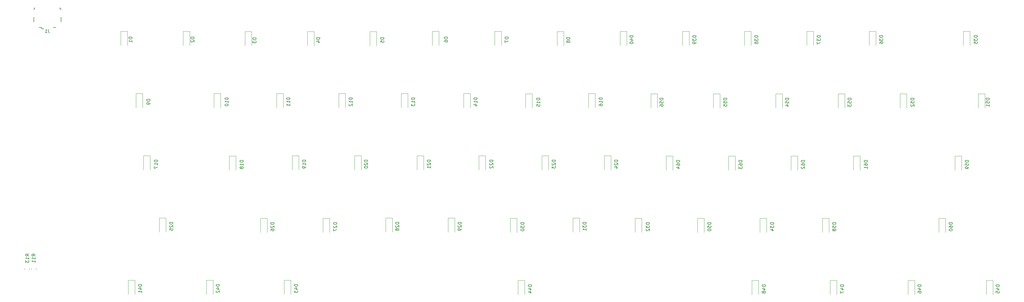
<source format=gbr>
%TF.GenerationSoftware,KiCad,Pcbnew,(6.0.7)*%
%TF.CreationDate,2022-09-03T19:18:48+08:00*%
%TF.ProjectId,Joker60_v2,4a6f6b65-7236-4305-9f76-322e6b696361,1.0*%
%TF.SameCoordinates,Original*%
%TF.FileFunction,Legend,Bot*%
%TF.FilePolarity,Positive*%
%FSLAX46Y46*%
G04 Gerber Fmt 4.6, Leading zero omitted, Abs format (unit mm)*
G04 Created by KiCad (PCBNEW (6.0.7)) date 2022-09-03 19:18:48*
%MOMM*%
%LPD*%
G01*
G04 APERTURE LIST*
%ADD10C,0.150000*%
%ADD11C,0.120000*%
G04 APERTURE END LIST*
D10*
%TO.C,R13*%
X55062380Y-217162142D02*
X54586190Y-216828809D01*
X55062380Y-216590714D02*
X54062380Y-216590714D01*
X54062380Y-216971666D01*
X54110000Y-217066904D01*
X54157619Y-217114523D01*
X54252857Y-217162142D01*
X54395714Y-217162142D01*
X54490952Y-217114523D01*
X54538571Y-217066904D01*
X54586190Y-216971666D01*
X54586190Y-216590714D01*
X55062380Y-218114523D02*
X55062380Y-217543095D01*
X55062380Y-217828809D02*
X54062380Y-217828809D01*
X54205238Y-217733571D01*
X54300476Y-217638333D01*
X54348095Y-217543095D01*
X54062380Y-218447857D02*
X54062380Y-219066904D01*
X54443333Y-218733571D01*
X54443333Y-218876428D01*
X54490952Y-218971666D01*
X54538571Y-219019285D01*
X54633809Y-219066904D01*
X54871904Y-219066904D01*
X54967142Y-219019285D01*
X55014761Y-218971666D01*
X55062380Y-218876428D01*
X55062380Y-218590714D01*
X55014761Y-218495476D01*
X54967142Y-218447857D01*
%TO.C,R11*%
X56967380Y-217162142D02*
X56491190Y-216828809D01*
X56967380Y-216590714D02*
X55967380Y-216590714D01*
X55967380Y-216971666D01*
X56015000Y-217066904D01*
X56062619Y-217114523D01*
X56157857Y-217162142D01*
X56300714Y-217162142D01*
X56395952Y-217114523D01*
X56443571Y-217066904D01*
X56491190Y-216971666D01*
X56491190Y-216590714D01*
X56967380Y-218114523D02*
X56967380Y-217543095D01*
X56967380Y-217828809D02*
X55967380Y-217828809D01*
X56110238Y-217733571D01*
X56205476Y-217638333D01*
X56253095Y-217543095D01*
X56967380Y-219066904D02*
X56967380Y-218495476D01*
X56967380Y-218781190D02*
X55967380Y-218781190D01*
X56110238Y-218685952D01*
X56205476Y-218590714D01*
X56253095Y-218495476D01*
%TO.C,D32*%
X244419380Y-206938714D02*
X243419380Y-206938714D01*
X243419380Y-207176809D01*
X243467000Y-207319666D01*
X243562238Y-207414904D01*
X243657476Y-207462523D01*
X243847952Y-207510142D01*
X243990809Y-207510142D01*
X244181285Y-207462523D01*
X244276523Y-207414904D01*
X244371761Y-207319666D01*
X244419380Y-207176809D01*
X244419380Y-206938714D01*
X243419380Y-207843476D02*
X243419380Y-208462523D01*
X243800333Y-208129190D01*
X243800333Y-208272047D01*
X243847952Y-208367285D01*
X243895571Y-208414904D01*
X243990809Y-208462523D01*
X244228904Y-208462523D01*
X244324142Y-208414904D01*
X244371761Y-208367285D01*
X244419380Y-208272047D01*
X244419380Y-207986333D01*
X244371761Y-207891095D01*
X244324142Y-207843476D01*
X243514619Y-208843476D02*
X243467000Y-208891095D01*
X243419380Y-208986333D01*
X243419380Y-209224428D01*
X243467000Y-209319666D01*
X243514619Y-209367285D01*
X243609857Y-209414904D01*
X243705095Y-209414904D01*
X243847952Y-209367285D01*
X244419380Y-208795857D01*
X244419380Y-209414904D01*
%TO.C,D14*%
X191841380Y-168711714D02*
X190841380Y-168711714D01*
X190841380Y-168949809D01*
X190889000Y-169092666D01*
X190984238Y-169187904D01*
X191079476Y-169235523D01*
X191269952Y-169283142D01*
X191412809Y-169283142D01*
X191603285Y-169235523D01*
X191698523Y-169187904D01*
X191793761Y-169092666D01*
X191841380Y-168949809D01*
X191841380Y-168711714D01*
X191841380Y-170235523D02*
X191841380Y-169664095D01*
X191841380Y-169949809D02*
X190841380Y-169949809D01*
X190984238Y-169854571D01*
X191079476Y-169759333D01*
X191127095Y-169664095D01*
X191174714Y-171092666D02*
X191841380Y-171092666D01*
X190793761Y-170854571D02*
X191508047Y-170616476D01*
X191508047Y-171235523D01*
%TO.C,D51*%
X348178380Y-168838714D02*
X347178380Y-168838714D01*
X347178380Y-169076809D01*
X347226000Y-169219666D01*
X347321238Y-169314904D01*
X347416476Y-169362523D01*
X347606952Y-169410142D01*
X347749809Y-169410142D01*
X347940285Y-169362523D01*
X348035523Y-169314904D01*
X348130761Y-169219666D01*
X348178380Y-169076809D01*
X348178380Y-168838714D01*
X347178380Y-170314904D02*
X347178380Y-169838714D01*
X347654571Y-169791095D01*
X347606952Y-169838714D01*
X347559333Y-169933952D01*
X347559333Y-170172047D01*
X347606952Y-170267285D01*
X347654571Y-170314904D01*
X347749809Y-170362523D01*
X347987904Y-170362523D01*
X348083142Y-170314904D01*
X348130761Y-170267285D01*
X348178380Y-170172047D01*
X348178380Y-169933952D01*
X348130761Y-169838714D01*
X348083142Y-169791095D01*
X348178380Y-171314904D02*
X348178380Y-170743476D01*
X348178380Y-171029190D02*
X347178380Y-171029190D01*
X347321238Y-170933952D01*
X347416476Y-170838714D01*
X347464095Y-170743476D01*
%TO.C,D61*%
X310967380Y-187888714D02*
X309967380Y-187888714D01*
X309967380Y-188126809D01*
X310015000Y-188269666D01*
X310110238Y-188364904D01*
X310205476Y-188412523D01*
X310395952Y-188460142D01*
X310538809Y-188460142D01*
X310729285Y-188412523D01*
X310824523Y-188364904D01*
X310919761Y-188269666D01*
X310967380Y-188126809D01*
X310967380Y-187888714D01*
X309967380Y-189317285D02*
X309967380Y-189126809D01*
X310015000Y-189031571D01*
X310062619Y-188983952D01*
X310205476Y-188888714D01*
X310395952Y-188841095D01*
X310776904Y-188841095D01*
X310872142Y-188888714D01*
X310919761Y-188936333D01*
X310967380Y-189031571D01*
X310967380Y-189222047D01*
X310919761Y-189317285D01*
X310872142Y-189364904D01*
X310776904Y-189412523D01*
X310538809Y-189412523D01*
X310443571Y-189364904D01*
X310395952Y-189317285D01*
X310348333Y-189222047D01*
X310348333Y-189031571D01*
X310395952Y-188936333D01*
X310443571Y-188888714D01*
X310538809Y-188841095D01*
X310967380Y-190364904D02*
X310967380Y-189793476D01*
X310967380Y-190079190D02*
X309967380Y-190079190D01*
X310110238Y-189983952D01*
X310205476Y-189888714D01*
X310253095Y-189793476D01*
%TO.C,D28*%
X167965380Y-206811714D02*
X166965380Y-206811714D01*
X166965380Y-207049809D01*
X167013000Y-207192666D01*
X167108238Y-207287904D01*
X167203476Y-207335523D01*
X167393952Y-207383142D01*
X167536809Y-207383142D01*
X167727285Y-207335523D01*
X167822523Y-207287904D01*
X167917761Y-207192666D01*
X167965380Y-207049809D01*
X167965380Y-206811714D01*
X167060619Y-207764095D02*
X167013000Y-207811714D01*
X166965380Y-207906952D01*
X166965380Y-208145047D01*
X167013000Y-208240285D01*
X167060619Y-208287904D01*
X167155857Y-208335523D01*
X167251095Y-208335523D01*
X167393952Y-208287904D01*
X167965380Y-207716476D01*
X167965380Y-208335523D01*
X167393952Y-208906952D02*
X167346333Y-208811714D01*
X167298714Y-208764095D01*
X167203476Y-208716476D01*
X167155857Y-208716476D01*
X167060619Y-208764095D01*
X167013000Y-208811714D01*
X166965380Y-208906952D01*
X166965380Y-209097428D01*
X167013000Y-209192666D01*
X167060619Y-209240285D01*
X167155857Y-209287904D01*
X167203476Y-209287904D01*
X167298714Y-209240285D01*
X167346333Y-209192666D01*
X167393952Y-209097428D01*
X167393952Y-208906952D01*
X167441571Y-208811714D01*
X167489190Y-208764095D01*
X167584428Y-208716476D01*
X167774904Y-208716476D01*
X167870142Y-208764095D01*
X167917761Y-208811714D01*
X167965380Y-208906952D01*
X167965380Y-209097428D01*
X167917761Y-209192666D01*
X167870142Y-209240285D01*
X167774904Y-209287904D01*
X167584428Y-209287904D01*
X167489190Y-209240285D01*
X167441571Y-209192666D01*
X167393952Y-209097428D01*
%TO.C,D56*%
X248610380Y-168838714D02*
X247610380Y-168838714D01*
X247610380Y-169076809D01*
X247658000Y-169219666D01*
X247753238Y-169314904D01*
X247848476Y-169362523D01*
X248038952Y-169410142D01*
X248181809Y-169410142D01*
X248372285Y-169362523D01*
X248467523Y-169314904D01*
X248562761Y-169219666D01*
X248610380Y-169076809D01*
X248610380Y-168838714D01*
X247610380Y-170314904D02*
X247610380Y-169838714D01*
X248086571Y-169791095D01*
X248038952Y-169838714D01*
X247991333Y-169933952D01*
X247991333Y-170172047D01*
X248038952Y-170267285D01*
X248086571Y-170314904D01*
X248181809Y-170362523D01*
X248419904Y-170362523D01*
X248515142Y-170314904D01*
X248562761Y-170267285D01*
X248610380Y-170172047D01*
X248610380Y-169933952D01*
X248562761Y-169838714D01*
X248515142Y-169791095D01*
X247610380Y-171219666D02*
X247610380Y-171029190D01*
X247658000Y-170933952D01*
X247705619Y-170886333D01*
X247848476Y-170791095D01*
X248038952Y-170743476D01*
X248419904Y-170743476D01*
X248515142Y-170791095D01*
X248562761Y-170838714D01*
X248610380Y-170933952D01*
X248610380Y-171124428D01*
X248562761Y-171219666D01*
X248515142Y-171267285D01*
X248419904Y-171314904D01*
X248181809Y-171314904D01*
X248086571Y-171267285D01*
X248038952Y-171219666D01*
X247991333Y-171124428D01*
X247991333Y-170933952D01*
X248038952Y-170838714D01*
X248086571Y-170791095D01*
X248181809Y-170743476D01*
%TO.C,D58*%
X301315380Y-206938714D02*
X300315380Y-206938714D01*
X300315380Y-207176809D01*
X300363000Y-207319666D01*
X300458238Y-207414904D01*
X300553476Y-207462523D01*
X300743952Y-207510142D01*
X300886809Y-207510142D01*
X301077285Y-207462523D01*
X301172523Y-207414904D01*
X301267761Y-207319666D01*
X301315380Y-207176809D01*
X301315380Y-206938714D01*
X300315380Y-208414904D02*
X300315380Y-207938714D01*
X300791571Y-207891095D01*
X300743952Y-207938714D01*
X300696333Y-208033952D01*
X300696333Y-208272047D01*
X300743952Y-208367285D01*
X300791571Y-208414904D01*
X300886809Y-208462523D01*
X301124904Y-208462523D01*
X301220142Y-208414904D01*
X301267761Y-208367285D01*
X301315380Y-208272047D01*
X301315380Y-208033952D01*
X301267761Y-207938714D01*
X301220142Y-207891095D01*
X300743952Y-209033952D02*
X300696333Y-208938714D01*
X300648714Y-208891095D01*
X300553476Y-208843476D01*
X300505857Y-208843476D01*
X300410619Y-208891095D01*
X300363000Y-208938714D01*
X300315380Y-209033952D01*
X300315380Y-209224428D01*
X300363000Y-209319666D01*
X300410619Y-209367285D01*
X300505857Y-209414904D01*
X300553476Y-209414904D01*
X300648714Y-209367285D01*
X300696333Y-209319666D01*
X300743952Y-209224428D01*
X300743952Y-209033952D01*
X300791571Y-208938714D01*
X300839190Y-208891095D01*
X300934428Y-208843476D01*
X301124904Y-208843476D01*
X301220142Y-208891095D01*
X301267761Y-208938714D01*
X301315380Y-209033952D01*
X301315380Y-209224428D01*
X301267761Y-209319666D01*
X301220142Y-209367285D01*
X301124904Y-209414904D01*
X300934428Y-209414904D01*
X300839190Y-209367285D01*
X300791571Y-209319666D01*
X300743952Y-209224428D01*
%TO.C,D21*%
X177617380Y-187761714D02*
X176617380Y-187761714D01*
X176617380Y-187999809D01*
X176665000Y-188142666D01*
X176760238Y-188237904D01*
X176855476Y-188285523D01*
X177045952Y-188333142D01*
X177188809Y-188333142D01*
X177379285Y-188285523D01*
X177474523Y-188237904D01*
X177569761Y-188142666D01*
X177617380Y-187999809D01*
X177617380Y-187761714D01*
X176712619Y-188714095D02*
X176665000Y-188761714D01*
X176617380Y-188856952D01*
X176617380Y-189095047D01*
X176665000Y-189190285D01*
X176712619Y-189237904D01*
X176807857Y-189285523D01*
X176903095Y-189285523D01*
X177045952Y-189237904D01*
X177617380Y-188666476D01*
X177617380Y-189285523D01*
X177617380Y-190237904D02*
X177617380Y-189666476D01*
X177617380Y-189952190D02*
X176617380Y-189952190D01*
X176760238Y-189856952D01*
X176855476Y-189761714D01*
X176903095Y-189666476D01*
%TO.C,D47*%
X303728380Y-225988714D02*
X302728380Y-225988714D01*
X302728380Y-226226809D01*
X302776000Y-226369666D01*
X302871238Y-226464904D01*
X302966476Y-226512523D01*
X303156952Y-226560142D01*
X303299809Y-226560142D01*
X303490285Y-226512523D01*
X303585523Y-226464904D01*
X303680761Y-226369666D01*
X303728380Y-226226809D01*
X303728380Y-225988714D01*
X303061714Y-227417285D02*
X303728380Y-227417285D01*
X302680761Y-227179190D02*
X303395047Y-226941095D01*
X303395047Y-227560142D01*
X302728380Y-227845857D02*
X302728380Y-228512523D01*
X303728380Y-228083952D01*
%TO.C,D52*%
X325191380Y-168838714D02*
X324191380Y-168838714D01*
X324191380Y-169076809D01*
X324239000Y-169219666D01*
X324334238Y-169314904D01*
X324429476Y-169362523D01*
X324619952Y-169410142D01*
X324762809Y-169410142D01*
X324953285Y-169362523D01*
X325048523Y-169314904D01*
X325143761Y-169219666D01*
X325191380Y-169076809D01*
X325191380Y-168838714D01*
X324191380Y-170314904D02*
X324191380Y-169838714D01*
X324667571Y-169791095D01*
X324619952Y-169838714D01*
X324572333Y-169933952D01*
X324572333Y-170172047D01*
X324619952Y-170267285D01*
X324667571Y-170314904D01*
X324762809Y-170362523D01*
X325000904Y-170362523D01*
X325096142Y-170314904D01*
X325143761Y-170267285D01*
X325191380Y-170172047D01*
X325191380Y-169933952D01*
X325143761Y-169838714D01*
X325096142Y-169791095D01*
X324286619Y-170743476D02*
X324239000Y-170791095D01*
X324191380Y-170886333D01*
X324191380Y-171124428D01*
X324239000Y-171219666D01*
X324286619Y-171267285D01*
X324381857Y-171314904D01*
X324477095Y-171314904D01*
X324619952Y-171267285D01*
X325191380Y-170695857D01*
X325191380Y-171314904D01*
%TO.C,D26*%
X129865380Y-206938714D02*
X128865380Y-206938714D01*
X128865380Y-207176809D01*
X128913000Y-207319666D01*
X129008238Y-207414904D01*
X129103476Y-207462523D01*
X129293952Y-207510142D01*
X129436809Y-207510142D01*
X129627285Y-207462523D01*
X129722523Y-207414904D01*
X129817761Y-207319666D01*
X129865380Y-207176809D01*
X129865380Y-206938714D01*
X128960619Y-207891095D02*
X128913000Y-207938714D01*
X128865380Y-208033952D01*
X128865380Y-208272047D01*
X128913000Y-208367285D01*
X128960619Y-208414904D01*
X129055857Y-208462523D01*
X129151095Y-208462523D01*
X129293952Y-208414904D01*
X129865380Y-207843476D01*
X129865380Y-208462523D01*
X128865380Y-209319666D02*
X128865380Y-209129190D01*
X128913000Y-209033952D01*
X128960619Y-208986333D01*
X129103476Y-208891095D01*
X129293952Y-208843476D01*
X129674904Y-208843476D01*
X129770142Y-208891095D01*
X129817761Y-208938714D01*
X129865380Y-209033952D01*
X129865380Y-209224428D01*
X129817761Y-209319666D01*
X129770142Y-209367285D01*
X129674904Y-209414904D01*
X129436809Y-209414904D01*
X129341571Y-209367285D01*
X129293952Y-209319666D01*
X129246333Y-209224428D01*
X129246333Y-209033952D01*
X129293952Y-208938714D01*
X129341571Y-208891095D01*
X129436809Y-208843476D01*
%TO.C,D8*%
X220162380Y-150264904D02*
X219162380Y-150264904D01*
X219162380Y-150503000D01*
X219210000Y-150645857D01*
X219305238Y-150741095D01*
X219400476Y-150788714D01*
X219590952Y-150836333D01*
X219733809Y-150836333D01*
X219924285Y-150788714D01*
X220019523Y-150741095D01*
X220114761Y-150645857D01*
X220162380Y-150503000D01*
X220162380Y-150264904D01*
X219590952Y-151407761D02*
X219543333Y-151312523D01*
X219495714Y-151264904D01*
X219400476Y-151217285D01*
X219352857Y-151217285D01*
X219257619Y-151264904D01*
X219210000Y-151312523D01*
X219162380Y-151407761D01*
X219162380Y-151598238D01*
X219210000Y-151693476D01*
X219257619Y-151741095D01*
X219352857Y-151788714D01*
X219400476Y-151788714D01*
X219495714Y-151741095D01*
X219543333Y-151693476D01*
X219590952Y-151598238D01*
X219590952Y-151407761D01*
X219638571Y-151312523D01*
X219686190Y-151264904D01*
X219781428Y-151217285D01*
X219971904Y-151217285D01*
X220067142Y-151264904D01*
X220114761Y-151312523D01*
X220162380Y-151407761D01*
X220162380Y-151598238D01*
X220114761Y-151693476D01*
X220067142Y-151741095D01*
X219971904Y-151788714D01*
X219781428Y-151788714D01*
X219686190Y-151741095D01*
X219638571Y-151693476D01*
X219590952Y-151598238D01*
%TO.C,D24*%
X234767380Y-187761714D02*
X233767380Y-187761714D01*
X233767380Y-187999809D01*
X233815000Y-188142666D01*
X233910238Y-188237904D01*
X234005476Y-188285523D01*
X234195952Y-188333142D01*
X234338809Y-188333142D01*
X234529285Y-188285523D01*
X234624523Y-188237904D01*
X234719761Y-188142666D01*
X234767380Y-187999809D01*
X234767380Y-187761714D01*
X233862619Y-188714095D02*
X233815000Y-188761714D01*
X233767380Y-188856952D01*
X233767380Y-189095047D01*
X233815000Y-189190285D01*
X233862619Y-189237904D01*
X233957857Y-189285523D01*
X234053095Y-189285523D01*
X234195952Y-189237904D01*
X234767380Y-188666476D01*
X234767380Y-189285523D01*
X234100714Y-190142666D02*
X234767380Y-190142666D01*
X233719761Y-189904571D02*
X234434047Y-189666476D01*
X234434047Y-190285523D01*
%TO.C,D5*%
X163393380Y-150264904D02*
X162393380Y-150264904D01*
X162393380Y-150503000D01*
X162441000Y-150645857D01*
X162536238Y-150741095D01*
X162631476Y-150788714D01*
X162821952Y-150836333D01*
X162964809Y-150836333D01*
X163155285Y-150788714D01*
X163250523Y-150741095D01*
X163345761Y-150645857D01*
X163393380Y-150503000D01*
X163393380Y-150264904D01*
X162393380Y-151741095D02*
X162393380Y-151264904D01*
X162869571Y-151217285D01*
X162821952Y-151264904D01*
X162774333Y-151360142D01*
X162774333Y-151598238D01*
X162821952Y-151693476D01*
X162869571Y-151741095D01*
X162964809Y-151788714D01*
X163202904Y-151788714D01*
X163298142Y-151741095D01*
X163345761Y-151693476D01*
X163393380Y-151598238D01*
X163393380Y-151360142D01*
X163345761Y-151264904D01*
X163298142Y-151217285D01*
%TO.C,D55*%
X268041380Y-168838714D02*
X267041380Y-168838714D01*
X267041380Y-169076809D01*
X267089000Y-169219666D01*
X267184238Y-169314904D01*
X267279476Y-169362523D01*
X267469952Y-169410142D01*
X267612809Y-169410142D01*
X267803285Y-169362523D01*
X267898523Y-169314904D01*
X267993761Y-169219666D01*
X268041380Y-169076809D01*
X268041380Y-168838714D01*
X267041380Y-170314904D02*
X267041380Y-169838714D01*
X267517571Y-169791095D01*
X267469952Y-169838714D01*
X267422333Y-169933952D01*
X267422333Y-170172047D01*
X267469952Y-170267285D01*
X267517571Y-170314904D01*
X267612809Y-170362523D01*
X267850904Y-170362523D01*
X267946142Y-170314904D01*
X267993761Y-170267285D01*
X268041380Y-170172047D01*
X268041380Y-169933952D01*
X267993761Y-169838714D01*
X267946142Y-169791095D01*
X267041380Y-171267285D02*
X267041380Y-170791095D01*
X267517571Y-170743476D01*
X267469952Y-170791095D01*
X267422333Y-170886333D01*
X267422333Y-171124428D01*
X267469952Y-171219666D01*
X267517571Y-171267285D01*
X267612809Y-171314904D01*
X267850904Y-171314904D01*
X267946142Y-171267285D01*
X267993761Y-171219666D01*
X268041380Y-171124428D01*
X268041380Y-170886333D01*
X267993761Y-170791095D01*
X267946142Y-170743476D01*
%TO.C,D12*%
X153741380Y-168711714D02*
X152741380Y-168711714D01*
X152741380Y-168949809D01*
X152789000Y-169092666D01*
X152884238Y-169187904D01*
X152979476Y-169235523D01*
X153169952Y-169283142D01*
X153312809Y-169283142D01*
X153503285Y-169235523D01*
X153598523Y-169187904D01*
X153693761Y-169092666D01*
X153741380Y-168949809D01*
X153741380Y-168711714D01*
X153741380Y-170235523D02*
X153741380Y-169664095D01*
X153741380Y-169949809D02*
X152741380Y-169949809D01*
X152884238Y-169854571D01*
X152979476Y-169759333D01*
X153027095Y-169664095D01*
X152836619Y-170616476D02*
X152789000Y-170664095D01*
X152741380Y-170759333D01*
X152741380Y-170997428D01*
X152789000Y-171092666D01*
X152836619Y-171140285D01*
X152931857Y-171187904D01*
X153027095Y-171187904D01*
X153169952Y-171140285D01*
X153741380Y-170568857D01*
X153741380Y-171187904D01*
%TO.C,D29*%
X187015380Y-206811714D02*
X186015380Y-206811714D01*
X186015380Y-207049809D01*
X186063000Y-207192666D01*
X186158238Y-207287904D01*
X186253476Y-207335523D01*
X186443952Y-207383142D01*
X186586809Y-207383142D01*
X186777285Y-207335523D01*
X186872523Y-207287904D01*
X186967761Y-207192666D01*
X187015380Y-207049809D01*
X187015380Y-206811714D01*
X186110619Y-207764095D02*
X186063000Y-207811714D01*
X186015380Y-207906952D01*
X186015380Y-208145047D01*
X186063000Y-208240285D01*
X186110619Y-208287904D01*
X186205857Y-208335523D01*
X186301095Y-208335523D01*
X186443952Y-208287904D01*
X187015380Y-207716476D01*
X187015380Y-208335523D01*
X187015380Y-208811714D02*
X187015380Y-209002190D01*
X186967761Y-209097428D01*
X186920142Y-209145047D01*
X186777285Y-209240285D01*
X186586809Y-209287904D01*
X186205857Y-209287904D01*
X186110619Y-209240285D01*
X186063000Y-209192666D01*
X186015380Y-209097428D01*
X186015380Y-208906952D01*
X186063000Y-208811714D01*
X186110619Y-208764095D01*
X186205857Y-208716476D01*
X186443952Y-208716476D01*
X186539190Y-208764095D01*
X186586809Y-208811714D01*
X186634428Y-208906952D01*
X186634428Y-209097428D01*
X186586809Y-209192666D01*
X186539190Y-209240285D01*
X186443952Y-209287904D01*
%TO.C,D20*%
X158440380Y-187761714D02*
X157440380Y-187761714D01*
X157440380Y-187999809D01*
X157488000Y-188142666D01*
X157583238Y-188237904D01*
X157678476Y-188285523D01*
X157868952Y-188333142D01*
X158011809Y-188333142D01*
X158202285Y-188285523D01*
X158297523Y-188237904D01*
X158392761Y-188142666D01*
X158440380Y-187999809D01*
X158440380Y-187761714D01*
X157535619Y-188714095D02*
X157488000Y-188761714D01*
X157440380Y-188856952D01*
X157440380Y-189095047D01*
X157488000Y-189190285D01*
X157535619Y-189237904D01*
X157630857Y-189285523D01*
X157726095Y-189285523D01*
X157868952Y-189237904D01*
X158440380Y-188666476D01*
X158440380Y-189285523D01*
X157440380Y-189904571D02*
X157440380Y-189999809D01*
X157488000Y-190095047D01*
X157535619Y-190142666D01*
X157630857Y-190190285D01*
X157821333Y-190237904D01*
X158059428Y-190237904D01*
X158249904Y-190190285D01*
X158345142Y-190142666D01*
X158392761Y-190095047D01*
X158440380Y-189999809D01*
X158440380Y-189904571D01*
X158392761Y-189809333D01*
X158345142Y-189761714D01*
X158249904Y-189714095D01*
X158059428Y-189666476D01*
X157821333Y-189666476D01*
X157630857Y-189714095D01*
X157535619Y-189761714D01*
X157488000Y-189809333D01*
X157440380Y-189904571D01*
%TO.C,D27*%
X149042380Y-206938714D02*
X148042380Y-206938714D01*
X148042380Y-207176809D01*
X148090000Y-207319666D01*
X148185238Y-207414904D01*
X148280476Y-207462523D01*
X148470952Y-207510142D01*
X148613809Y-207510142D01*
X148804285Y-207462523D01*
X148899523Y-207414904D01*
X148994761Y-207319666D01*
X149042380Y-207176809D01*
X149042380Y-206938714D01*
X148137619Y-207891095D02*
X148090000Y-207938714D01*
X148042380Y-208033952D01*
X148042380Y-208272047D01*
X148090000Y-208367285D01*
X148137619Y-208414904D01*
X148232857Y-208462523D01*
X148328095Y-208462523D01*
X148470952Y-208414904D01*
X149042380Y-207843476D01*
X149042380Y-208462523D01*
X148042380Y-208795857D02*
X148042380Y-209462523D01*
X149042380Y-209033952D01*
%TO.C,D16*%
X230068380Y-168711714D02*
X229068380Y-168711714D01*
X229068380Y-168949809D01*
X229116000Y-169092666D01*
X229211238Y-169187904D01*
X229306476Y-169235523D01*
X229496952Y-169283142D01*
X229639809Y-169283142D01*
X229830285Y-169235523D01*
X229925523Y-169187904D01*
X230020761Y-169092666D01*
X230068380Y-168949809D01*
X230068380Y-168711714D01*
X230068380Y-170235523D02*
X230068380Y-169664095D01*
X230068380Y-169949809D02*
X229068380Y-169949809D01*
X229211238Y-169854571D01*
X229306476Y-169759333D01*
X229354095Y-169664095D01*
X229068380Y-171092666D02*
X229068380Y-170902190D01*
X229116000Y-170806952D01*
X229163619Y-170759333D01*
X229306476Y-170664095D01*
X229496952Y-170616476D01*
X229877904Y-170616476D01*
X229973142Y-170664095D01*
X230020761Y-170711714D01*
X230068380Y-170806952D01*
X230068380Y-170997428D01*
X230020761Y-171092666D01*
X229973142Y-171140285D01*
X229877904Y-171187904D01*
X229639809Y-171187904D01*
X229544571Y-171140285D01*
X229496952Y-171092666D01*
X229449333Y-170997428D01*
X229449333Y-170806952D01*
X229496952Y-170711714D01*
X229544571Y-170664095D01*
X229639809Y-170616476D01*
%TO.C,D42*%
X113228380Y-225861714D02*
X112228380Y-225861714D01*
X112228380Y-226099809D01*
X112276000Y-226242666D01*
X112371238Y-226337904D01*
X112466476Y-226385523D01*
X112656952Y-226433142D01*
X112799809Y-226433142D01*
X112990285Y-226385523D01*
X113085523Y-226337904D01*
X113180761Y-226242666D01*
X113228380Y-226099809D01*
X113228380Y-225861714D01*
X112561714Y-227290285D02*
X113228380Y-227290285D01*
X112180761Y-227052190D02*
X112895047Y-226814095D01*
X112895047Y-227433142D01*
X112323619Y-227766476D02*
X112276000Y-227814095D01*
X112228380Y-227909333D01*
X112228380Y-228147428D01*
X112276000Y-228242666D01*
X112323619Y-228290285D01*
X112418857Y-228337904D01*
X112514095Y-228337904D01*
X112656952Y-228290285D01*
X113228380Y-227718857D01*
X113228380Y-228337904D01*
%TO.C,D39*%
X258643380Y-149661714D02*
X257643380Y-149661714D01*
X257643380Y-149899809D01*
X257691000Y-150042666D01*
X257786238Y-150137904D01*
X257881476Y-150185523D01*
X258071952Y-150233142D01*
X258214809Y-150233142D01*
X258405285Y-150185523D01*
X258500523Y-150137904D01*
X258595761Y-150042666D01*
X258643380Y-149899809D01*
X258643380Y-149661714D01*
X257643380Y-150566476D02*
X257643380Y-151185523D01*
X258024333Y-150852190D01*
X258024333Y-150995047D01*
X258071952Y-151090285D01*
X258119571Y-151137904D01*
X258214809Y-151185523D01*
X258452904Y-151185523D01*
X258548142Y-151137904D01*
X258595761Y-151090285D01*
X258643380Y-150995047D01*
X258643380Y-150709333D01*
X258595761Y-150614095D01*
X258548142Y-150566476D01*
X258643380Y-151661714D02*
X258643380Y-151852190D01*
X258595761Y-151947428D01*
X258548142Y-151995047D01*
X258405285Y-152090285D01*
X258214809Y-152137904D01*
X257833857Y-152137904D01*
X257738619Y-152090285D01*
X257691000Y-152042666D01*
X257643380Y-151947428D01*
X257643380Y-151756952D01*
X257691000Y-151661714D01*
X257738619Y-151614095D01*
X257833857Y-151566476D01*
X258071952Y-151566476D01*
X258167190Y-151614095D01*
X258214809Y-151661714D01*
X258262428Y-151756952D01*
X258262428Y-151947428D01*
X258214809Y-152042666D01*
X258167190Y-152090285D01*
X258071952Y-152137904D01*
%TO.C,D35*%
X344495380Y-149661714D02*
X343495380Y-149661714D01*
X343495380Y-149899809D01*
X343543000Y-150042666D01*
X343638238Y-150137904D01*
X343733476Y-150185523D01*
X343923952Y-150233142D01*
X344066809Y-150233142D01*
X344257285Y-150185523D01*
X344352523Y-150137904D01*
X344447761Y-150042666D01*
X344495380Y-149899809D01*
X344495380Y-149661714D01*
X343495380Y-150566476D02*
X343495380Y-151185523D01*
X343876333Y-150852190D01*
X343876333Y-150995047D01*
X343923952Y-151090285D01*
X343971571Y-151137904D01*
X344066809Y-151185523D01*
X344304904Y-151185523D01*
X344400142Y-151137904D01*
X344447761Y-151090285D01*
X344495380Y-150995047D01*
X344495380Y-150709333D01*
X344447761Y-150614095D01*
X344400142Y-150566476D01*
X343495380Y-152090285D02*
X343495380Y-151614095D01*
X343971571Y-151566476D01*
X343923952Y-151614095D01*
X343876333Y-151709333D01*
X343876333Y-151947428D01*
X343923952Y-152042666D01*
X343971571Y-152090285D01*
X344066809Y-152137904D01*
X344304904Y-152137904D01*
X344400142Y-152090285D01*
X344447761Y-152042666D01*
X344495380Y-151947428D01*
X344495380Y-151709333D01*
X344447761Y-151614095D01*
X344400142Y-151566476D01*
%TO.C,D30*%
X206192380Y-206938714D02*
X205192380Y-206938714D01*
X205192380Y-207176809D01*
X205240000Y-207319666D01*
X205335238Y-207414904D01*
X205430476Y-207462523D01*
X205620952Y-207510142D01*
X205763809Y-207510142D01*
X205954285Y-207462523D01*
X206049523Y-207414904D01*
X206144761Y-207319666D01*
X206192380Y-207176809D01*
X206192380Y-206938714D01*
X205192380Y-207843476D02*
X205192380Y-208462523D01*
X205573333Y-208129190D01*
X205573333Y-208272047D01*
X205620952Y-208367285D01*
X205668571Y-208414904D01*
X205763809Y-208462523D01*
X206001904Y-208462523D01*
X206097142Y-208414904D01*
X206144761Y-208367285D01*
X206192380Y-208272047D01*
X206192380Y-207986333D01*
X206144761Y-207891095D01*
X206097142Y-207843476D01*
X205192380Y-209081571D02*
X205192380Y-209176809D01*
X205240000Y-209272047D01*
X205287619Y-209319666D01*
X205382857Y-209367285D01*
X205573333Y-209414904D01*
X205811428Y-209414904D01*
X206001904Y-209367285D01*
X206097142Y-209319666D01*
X206144761Y-209272047D01*
X206192380Y-209176809D01*
X206192380Y-209081571D01*
X206144761Y-208986333D01*
X206097142Y-208938714D01*
X206001904Y-208891095D01*
X205811428Y-208843476D01*
X205573333Y-208843476D01*
X205382857Y-208891095D01*
X205287619Y-208938714D01*
X205240000Y-208986333D01*
X205192380Y-209081571D01*
%TO.C,D54*%
X286964380Y-168838714D02*
X285964380Y-168838714D01*
X285964380Y-169076809D01*
X286012000Y-169219666D01*
X286107238Y-169314904D01*
X286202476Y-169362523D01*
X286392952Y-169410142D01*
X286535809Y-169410142D01*
X286726285Y-169362523D01*
X286821523Y-169314904D01*
X286916761Y-169219666D01*
X286964380Y-169076809D01*
X286964380Y-168838714D01*
X285964380Y-170314904D02*
X285964380Y-169838714D01*
X286440571Y-169791095D01*
X286392952Y-169838714D01*
X286345333Y-169933952D01*
X286345333Y-170172047D01*
X286392952Y-170267285D01*
X286440571Y-170314904D01*
X286535809Y-170362523D01*
X286773904Y-170362523D01*
X286869142Y-170314904D01*
X286916761Y-170267285D01*
X286964380Y-170172047D01*
X286964380Y-169933952D01*
X286916761Y-169838714D01*
X286869142Y-169791095D01*
X286297714Y-171219666D02*
X286964380Y-171219666D01*
X285916761Y-170981571D02*
X286631047Y-170743476D01*
X286631047Y-171362523D01*
%TO.C,D63*%
X272740380Y-187888714D02*
X271740380Y-187888714D01*
X271740380Y-188126809D01*
X271788000Y-188269666D01*
X271883238Y-188364904D01*
X271978476Y-188412523D01*
X272168952Y-188460142D01*
X272311809Y-188460142D01*
X272502285Y-188412523D01*
X272597523Y-188364904D01*
X272692761Y-188269666D01*
X272740380Y-188126809D01*
X272740380Y-187888714D01*
X271740380Y-189317285D02*
X271740380Y-189126809D01*
X271788000Y-189031571D01*
X271835619Y-188983952D01*
X271978476Y-188888714D01*
X272168952Y-188841095D01*
X272549904Y-188841095D01*
X272645142Y-188888714D01*
X272692761Y-188936333D01*
X272740380Y-189031571D01*
X272740380Y-189222047D01*
X272692761Y-189317285D01*
X272645142Y-189364904D01*
X272549904Y-189412523D01*
X272311809Y-189412523D01*
X272216571Y-189364904D01*
X272168952Y-189317285D01*
X272121333Y-189222047D01*
X272121333Y-189031571D01*
X272168952Y-188936333D01*
X272216571Y-188888714D01*
X272311809Y-188841095D01*
X271740380Y-189745857D02*
X271740380Y-190364904D01*
X272121333Y-190031571D01*
X272121333Y-190174428D01*
X272168952Y-190269666D01*
X272216571Y-190317285D01*
X272311809Y-190364904D01*
X272549904Y-190364904D01*
X272645142Y-190317285D01*
X272692761Y-190269666D01*
X272740380Y-190174428D01*
X272740380Y-189888714D01*
X272692761Y-189793476D01*
X272645142Y-189745857D01*
%TO.C,D25*%
X99004380Y-206811714D02*
X98004380Y-206811714D01*
X98004380Y-207049809D01*
X98052000Y-207192666D01*
X98147238Y-207287904D01*
X98242476Y-207335523D01*
X98432952Y-207383142D01*
X98575809Y-207383142D01*
X98766285Y-207335523D01*
X98861523Y-207287904D01*
X98956761Y-207192666D01*
X99004380Y-207049809D01*
X99004380Y-206811714D01*
X98099619Y-207764095D02*
X98052000Y-207811714D01*
X98004380Y-207906952D01*
X98004380Y-208145047D01*
X98052000Y-208240285D01*
X98099619Y-208287904D01*
X98194857Y-208335523D01*
X98290095Y-208335523D01*
X98432952Y-208287904D01*
X99004380Y-207716476D01*
X99004380Y-208335523D01*
X98004380Y-209240285D02*
X98004380Y-208764095D01*
X98480571Y-208716476D01*
X98432952Y-208764095D01*
X98385333Y-208859333D01*
X98385333Y-209097428D01*
X98432952Y-209192666D01*
X98480571Y-209240285D01*
X98575809Y-209287904D01*
X98813904Y-209287904D01*
X98909142Y-209240285D01*
X98956761Y-209192666D01*
X99004380Y-209097428D01*
X99004380Y-208859333D01*
X98956761Y-208764095D01*
X98909142Y-208716476D01*
%TO.C,D62*%
X291790380Y-187888714D02*
X290790380Y-187888714D01*
X290790380Y-188126809D01*
X290838000Y-188269666D01*
X290933238Y-188364904D01*
X291028476Y-188412523D01*
X291218952Y-188460142D01*
X291361809Y-188460142D01*
X291552285Y-188412523D01*
X291647523Y-188364904D01*
X291742761Y-188269666D01*
X291790380Y-188126809D01*
X291790380Y-187888714D01*
X290790380Y-189317285D02*
X290790380Y-189126809D01*
X290838000Y-189031571D01*
X290885619Y-188983952D01*
X291028476Y-188888714D01*
X291218952Y-188841095D01*
X291599904Y-188841095D01*
X291695142Y-188888714D01*
X291742761Y-188936333D01*
X291790380Y-189031571D01*
X291790380Y-189222047D01*
X291742761Y-189317285D01*
X291695142Y-189364904D01*
X291599904Y-189412523D01*
X291361809Y-189412523D01*
X291266571Y-189364904D01*
X291218952Y-189317285D01*
X291171333Y-189222047D01*
X291171333Y-189031571D01*
X291218952Y-188936333D01*
X291266571Y-188888714D01*
X291361809Y-188841095D01*
X290885619Y-189793476D02*
X290838000Y-189841095D01*
X290790380Y-189936333D01*
X290790380Y-190174428D01*
X290838000Y-190269666D01*
X290885619Y-190317285D01*
X290980857Y-190364904D01*
X291076095Y-190364904D01*
X291218952Y-190317285D01*
X291790380Y-189745857D01*
X291790380Y-190364904D01*
%TO.C,D15*%
X211018380Y-168838714D02*
X210018380Y-168838714D01*
X210018380Y-169076809D01*
X210066000Y-169219666D01*
X210161238Y-169314904D01*
X210256476Y-169362523D01*
X210446952Y-169410142D01*
X210589809Y-169410142D01*
X210780285Y-169362523D01*
X210875523Y-169314904D01*
X210970761Y-169219666D01*
X211018380Y-169076809D01*
X211018380Y-168838714D01*
X211018380Y-170362523D02*
X211018380Y-169791095D01*
X211018380Y-170076809D02*
X210018380Y-170076809D01*
X210161238Y-169981571D01*
X210256476Y-169886333D01*
X210304095Y-169791095D01*
X210018380Y-171267285D02*
X210018380Y-170791095D01*
X210494571Y-170743476D01*
X210446952Y-170791095D01*
X210399333Y-170886333D01*
X210399333Y-171124428D01*
X210446952Y-171219666D01*
X210494571Y-171267285D01*
X210589809Y-171314904D01*
X210827904Y-171314904D01*
X210923142Y-171267285D01*
X210970761Y-171219666D01*
X211018380Y-171124428D01*
X211018380Y-170886333D01*
X210970761Y-170791095D01*
X210923142Y-170743476D01*
%TO.C,D59*%
X341828380Y-187888714D02*
X340828380Y-187888714D01*
X340828380Y-188126809D01*
X340876000Y-188269666D01*
X340971238Y-188364904D01*
X341066476Y-188412523D01*
X341256952Y-188460142D01*
X341399809Y-188460142D01*
X341590285Y-188412523D01*
X341685523Y-188364904D01*
X341780761Y-188269666D01*
X341828380Y-188126809D01*
X341828380Y-187888714D01*
X340828380Y-189364904D02*
X340828380Y-188888714D01*
X341304571Y-188841095D01*
X341256952Y-188888714D01*
X341209333Y-188983952D01*
X341209333Y-189222047D01*
X341256952Y-189317285D01*
X341304571Y-189364904D01*
X341399809Y-189412523D01*
X341637904Y-189412523D01*
X341733142Y-189364904D01*
X341780761Y-189317285D01*
X341828380Y-189222047D01*
X341828380Y-188983952D01*
X341780761Y-188888714D01*
X341733142Y-188841095D01*
X341828380Y-189888714D02*
X341828380Y-190079190D01*
X341780761Y-190174428D01*
X341733142Y-190222047D01*
X341590285Y-190317285D01*
X341399809Y-190364904D01*
X341018857Y-190364904D01*
X340923619Y-190317285D01*
X340876000Y-190269666D01*
X340828380Y-190174428D01*
X340828380Y-189983952D01*
X340876000Y-189888714D01*
X340923619Y-189841095D01*
X341018857Y-189793476D01*
X341256952Y-189793476D01*
X341352190Y-189841095D01*
X341399809Y-189888714D01*
X341447428Y-189983952D01*
X341447428Y-190174428D01*
X341399809Y-190269666D01*
X341352190Y-190317285D01*
X341256952Y-190364904D01*
%TO.C,D13*%
X172791380Y-168711714D02*
X171791380Y-168711714D01*
X171791380Y-168949809D01*
X171839000Y-169092666D01*
X171934238Y-169187904D01*
X172029476Y-169235523D01*
X172219952Y-169283142D01*
X172362809Y-169283142D01*
X172553285Y-169235523D01*
X172648523Y-169187904D01*
X172743761Y-169092666D01*
X172791380Y-168949809D01*
X172791380Y-168711714D01*
X172791380Y-170235523D02*
X172791380Y-169664095D01*
X172791380Y-169949809D02*
X171791380Y-169949809D01*
X171934238Y-169854571D01*
X172029476Y-169759333D01*
X172077095Y-169664095D01*
X171791380Y-170568857D02*
X171791380Y-171187904D01*
X172172333Y-170854571D01*
X172172333Y-170997428D01*
X172219952Y-171092666D01*
X172267571Y-171140285D01*
X172362809Y-171187904D01*
X172600904Y-171187904D01*
X172696142Y-171140285D01*
X172743761Y-171092666D01*
X172791380Y-170997428D01*
X172791380Y-170711714D01*
X172743761Y-170616476D01*
X172696142Y-170568857D01*
%TO.C,D23*%
X215717380Y-187761714D02*
X214717380Y-187761714D01*
X214717380Y-187999809D01*
X214765000Y-188142666D01*
X214860238Y-188237904D01*
X214955476Y-188285523D01*
X215145952Y-188333142D01*
X215288809Y-188333142D01*
X215479285Y-188285523D01*
X215574523Y-188237904D01*
X215669761Y-188142666D01*
X215717380Y-187999809D01*
X215717380Y-187761714D01*
X214812619Y-188714095D02*
X214765000Y-188761714D01*
X214717380Y-188856952D01*
X214717380Y-189095047D01*
X214765000Y-189190285D01*
X214812619Y-189237904D01*
X214907857Y-189285523D01*
X215003095Y-189285523D01*
X215145952Y-189237904D01*
X215717380Y-188666476D01*
X215717380Y-189285523D01*
X214717380Y-189618857D02*
X214717380Y-190237904D01*
X215098333Y-189904571D01*
X215098333Y-190047428D01*
X215145952Y-190142666D01*
X215193571Y-190190285D01*
X215288809Y-190237904D01*
X215526904Y-190237904D01*
X215622142Y-190190285D01*
X215669761Y-190142666D01*
X215717380Y-190047428D01*
X215717380Y-189761714D01*
X215669761Y-189666476D01*
X215622142Y-189618857D01*
%TO.C,D2*%
X105481380Y-150137904D02*
X104481380Y-150137904D01*
X104481380Y-150376000D01*
X104529000Y-150518857D01*
X104624238Y-150614095D01*
X104719476Y-150661714D01*
X104909952Y-150709333D01*
X105052809Y-150709333D01*
X105243285Y-150661714D01*
X105338523Y-150614095D01*
X105433761Y-150518857D01*
X105481380Y-150376000D01*
X105481380Y-150137904D01*
X104576619Y-151090285D02*
X104529000Y-151137904D01*
X104481380Y-151233142D01*
X104481380Y-151471238D01*
X104529000Y-151566476D01*
X104576619Y-151614095D01*
X104671857Y-151661714D01*
X104767095Y-151661714D01*
X104909952Y-151614095D01*
X105481380Y-151042666D01*
X105481380Y-151661714D01*
%TO.C,D31*%
X225115380Y-206811714D02*
X224115380Y-206811714D01*
X224115380Y-207049809D01*
X224163000Y-207192666D01*
X224258238Y-207287904D01*
X224353476Y-207335523D01*
X224543952Y-207383142D01*
X224686809Y-207383142D01*
X224877285Y-207335523D01*
X224972523Y-207287904D01*
X225067761Y-207192666D01*
X225115380Y-207049809D01*
X225115380Y-206811714D01*
X224115380Y-207716476D02*
X224115380Y-208335523D01*
X224496333Y-208002190D01*
X224496333Y-208145047D01*
X224543952Y-208240285D01*
X224591571Y-208287904D01*
X224686809Y-208335523D01*
X224924904Y-208335523D01*
X225020142Y-208287904D01*
X225067761Y-208240285D01*
X225115380Y-208145047D01*
X225115380Y-207859333D01*
X225067761Y-207764095D01*
X225020142Y-207716476D01*
X225115380Y-209287904D02*
X225115380Y-208716476D01*
X225115380Y-209002190D02*
X224115380Y-209002190D01*
X224258238Y-208906952D01*
X224353476Y-208811714D01*
X224401095Y-208716476D01*
%TO.C,J1*%
X61039333Y-147725380D02*
X61039333Y-148439666D01*
X61086952Y-148582523D01*
X61182190Y-148677761D01*
X61325047Y-148725380D01*
X61420285Y-148725380D01*
X60039333Y-148725380D02*
X60610761Y-148725380D01*
X60325047Y-148725380D02*
X60325047Y-147725380D01*
X60420285Y-147868238D01*
X60515523Y-147963476D01*
X60610761Y-148011095D01*
%TO.C,D48*%
X279852380Y-225988714D02*
X278852380Y-225988714D01*
X278852380Y-226226809D01*
X278900000Y-226369666D01*
X278995238Y-226464904D01*
X279090476Y-226512523D01*
X279280952Y-226560142D01*
X279423809Y-226560142D01*
X279614285Y-226512523D01*
X279709523Y-226464904D01*
X279804761Y-226369666D01*
X279852380Y-226226809D01*
X279852380Y-225988714D01*
X279185714Y-227417285D02*
X279852380Y-227417285D01*
X278804761Y-227179190D02*
X279519047Y-226941095D01*
X279519047Y-227560142D01*
X279280952Y-228083952D02*
X279233333Y-227988714D01*
X279185714Y-227941095D01*
X279090476Y-227893476D01*
X279042857Y-227893476D01*
X278947619Y-227941095D01*
X278900000Y-227988714D01*
X278852380Y-228083952D01*
X278852380Y-228274428D01*
X278900000Y-228369666D01*
X278947619Y-228417285D01*
X279042857Y-228464904D01*
X279090476Y-228464904D01*
X279185714Y-228417285D01*
X279233333Y-228369666D01*
X279280952Y-228274428D01*
X279280952Y-228083952D01*
X279328571Y-227988714D01*
X279376190Y-227941095D01*
X279471428Y-227893476D01*
X279661904Y-227893476D01*
X279757142Y-227941095D01*
X279804761Y-227988714D01*
X279852380Y-228083952D01*
X279852380Y-228274428D01*
X279804761Y-228369666D01*
X279757142Y-228417285D01*
X279661904Y-228464904D01*
X279471428Y-228464904D01*
X279376190Y-228417285D01*
X279328571Y-228369666D01*
X279280952Y-228274428D01*
%TO.C,D10*%
X115895380Y-168711714D02*
X114895380Y-168711714D01*
X114895380Y-168949809D01*
X114943000Y-169092666D01*
X115038238Y-169187904D01*
X115133476Y-169235523D01*
X115323952Y-169283142D01*
X115466809Y-169283142D01*
X115657285Y-169235523D01*
X115752523Y-169187904D01*
X115847761Y-169092666D01*
X115895380Y-168949809D01*
X115895380Y-168711714D01*
X115895380Y-170235523D02*
X115895380Y-169664095D01*
X115895380Y-169949809D02*
X114895380Y-169949809D01*
X115038238Y-169854571D01*
X115133476Y-169759333D01*
X115181095Y-169664095D01*
X114895380Y-170854571D02*
X114895380Y-170949809D01*
X114943000Y-171045047D01*
X114990619Y-171092666D01*
X115085857Y-171140285D01*
X115276333Y-171187904D01*
X115514428Y-171187904D01*
X115704904Y-171140285D01*
X115800142Y-171092666D01*
X115847761Y-171045047D01*
X115895380Y-170949809D01*
X115895380Y-170854571D01*
X115847761Y-170759333D01*
X115800142Y-170711714D01*
X115704904Y-170664095D01*
X115514428Y-170616476D01*
X115276333Y-170616476D01*
X115085857Y-170664095D01*
X114990619Y-170711714D01*
X114943000Y-170759333D01*
X114895380Y-170854571D01*
%TO.C,D3*%
X124404380Y-150391904D02*
X123404380Y-150391904D01*
X123404380Y-150630000D01*
X123452000Y-150772857D01*
X123547238Y-150868095D01*
X123642476Y-150915714D01*
X123832952Y-150963333D01*
X123975809Y-150963333D01*
X124166285Y-150915714D01*
X124261523Y-150868095D01*
X124356761Y-150772857D01*
X124404380Y-150630000D01*
X124404380Y-150391904D01*
X123404380Y-151296666D02*
X123404380Y-151915714D01*
X123785333Y-151582380D01*
X123785333Y-151725238D01*
X123832952Y-151820476D01*
X123880571Y-151868095D01*
X123975809Y-151915714D01*
X124213904Y-151915714D01*
X124309142Y-151868095D01*
X124356761Y-151820476D01*
X124404380Y-151725238D01*
X124404380Y-151439523D01*
X124356761Y-151344285D01*
X124309142Y-151296666D01*
%TO.C,D6*%
X182824380Y-150137904D02*
X181824380Y-150137904D01*
X181824380Y-150376000D01*
X181872000Y-150518857D01*
X181967238Y-150614095D01*
X182062476Y-150661714D01*
X182252952Y-150709333D01*
X182395809Y-150709333D01*
X182586285Y-150661714D01*
X182681523Y-150614095D01*
X182776761Y-150518857D01*
X182824380Y-150376000D01*
X182824380Y-150137904D01*
X181824380Y-151566476D02*
X181824380Y-151376000D01*
X181872000Y-151280761D01*
X181919619Y-151233142D01*
X182062476Y-151137904D01*
X182252952Y-151090285D01*
X182633904Y-151090285D01*
X182729142Y-151137904D01*
X182776761Y-151185523D01*
X182824380Y-151280761D01*
X182824380Y-151471238D01*
X182776761Y-151566476D01*
X182729142Y-151614095D01*
X182633904Y-151661714D01*
X182395809Y-151661714D01*
X182300571Y-151614095D01*
X182252952Y-151566476D01*
X182205333Y-151471238D01*
X182205333Y-151280761D01*
X182252952Y-151185523D01*
X182300571Y-151137904D01*
X182395809Y-151090285D01*
%TO.C,D45*%
X351226380Y-225988714D02*
X350226380Y-225988714D01*
X350226380Y-226226809D01*
X350274000Y-226369666D01*
X350369238Y-226464904D01*
X350464476Y-226512523D01*
X350654952Y-226560142D01*
X350797809Y-226560142D01*
X350988285Y-226512523D01*
X351083523Y-226464904D01*
X351178761Y-226369666D01*
X351226380Y-226226809D01*
X351226380Y-225988714D01*
X350559714Y-227417285D02*
X351226380Y-227417285D01*
X350178761Y-227179190D02*
X350893047Y-226941095D01*
X350893047Y-227560142D01*
X350226380Y-228417285D02*
X350226380Y-227941095D01*
X350702571Y-227893476D01*
X350654952Y-227941095D01*
X350607333Y-228036333D01*
X350607333Y-228274428D01*
X350654952Y-228369666D01*
X350702571Y-228417285D01*
X350797809Y-228464904D01*
X351035904Y-228464904D01*
X351131142Y-228417285D01*
X351178761Y-228369666D01*
X351226380Y-228274428D01*
X351226380Y-228036333D01*
X351178761Y-227941095D01*
X351131142Y-227893476D01*
%TO.C,D1*%
X86558380Y-150137904D02*
X85558380Y-150137904D01*
X85558380Y-150376000D01*
X85606000Y-150518857D01*
X85701238Y-150614095D01*
X85796476Y-150661714D01*
X85986952Y-150709333D01*
X86129809Y-150709333D01*
X86320285Y-150661714D01*
X86415523Y-150614095D01*
X86510761Y-150518857D01*
X86558380Y-150376000D01*
X86558380Y-150137904D01*
X86558380Y-151661714D02*
X86558380Y-151090285D01*
X86558380Y-151376000D02*
X85558380Y-151376000D01*
X85701238Y-151280761D01*
X85796476Y-151185523D01*
X85844095Y-151090285D01*
%TO.C,D17*%
X94305380Y-187761714D02*
X93305380Y-187761714D01*
X93305380Y-187999809D01*
X93353000Y-188142666D01*
X93448238Y-188237904D01*
X93543476Y-188285523D01*
X93733952Y-188333142D01*
X93876809Y-188333142D01*
X94067285Y-188285523D01*
X94162523Y-188237904D01*
X94257761Y-188142666D01*
X94305380Y-187999809D01*
X94305380Y-187761714D01*
X94305380Y-189285523D02*
X94305380Y-188714095D01*
X94305380Y-188999809D02*
X93305380Y-188999809D01*
X93448238Y-188904571D01*
X93543476Y-188809333D01*
X93591095Y-188714095D01*
X93305380Y-189618857D02*
X93305380Y-190285523D01*
X94305380Y-189856952D01*
%TO.C,D41*%
X89479380Y-225861714D02*
X88479380Y-225861714D01*
X88479380Y-226099809D01*
X88527000Y-226242666D01*
X88622238Y-226337904D01*
X88717476Y-226385523D01*
X88907952Y-226433142D01*
X89050809Y-226433142D01*
X89241285Y-226385523D01*
X89336523Y-226337904D01*
X89431761Y-226242666D01*
X89479380Y-226099809D01*
X89479380Y-225861714D01*
X88812714Y-227290285D02*
X89479380Y-227290285D01*
X88431761Y-227052190D02*
X89146047Y-226814095D01*
X89146047Y-227433142D01*
X89479380Y-228337904D02*
X89479380Y-227766476D01*
X89479380Y-228052190D02*
X88479380Y-228052190D01*
X88622238Y-227956952D01*
X88717476Y-227861714D01*
X88765095Y-227766476D01*
%TO.C,D18*%
X120467380Y-187888714D02*
X119467380Y-187888714D01*
X119467380Y-188126809D01*
X119515000Y-188269666D01*
X119610238Y-188364904D01*
X119705476Y-188412523D01*
X119895952Y-188460142D01*
X120038809Y-188460142D01*
X120229285Y-188412523D01*
X120324523Y-188364904D01*
X120419761Y-188269666D01*
X120467380Y-188126809D01*
X120467380Y-187888714D01*
X120467380Y-189412523D02*
X120467380Y-188841095D01*
X120467380Y-189126809D02*
X119467380Y-189126809D01*
X119610238Y-189031571D01*
X119705476Y-188936333D01*
X119753095Y-188841095D01*
X119895952Y-189983952D02*
X119848333Y-189888714D01*
X119800714Y-189841095D01*
X119705476Y-189793476D01*
X119657857Y-189793476D01*
X119562619Y-189841095D01*
X119515000Y-189888714D01*
X119467380Y-189983952D01*
X119467380Y-190174428D01*
X119515000Y-190269666D01*
X119562619Y-190317285D01*
X119657857Y-190364904D01*
X119705476Y-190364904D01*
X119800714Y-190317285D01*
X119848333Y-190269666D01*
X119895952Y-190174428D01*
X119895952Y-189983952D01*
X119943571Y-189888714D01*
X119991190Y-189841095D01*
X120086428Y-189793476D01*
X120276904Y-189793476D01*
X120372142Y-189841095D01*
X120419761Y-189888714D01*
X120467380Y-189983952D01*
X120467380Y-190174428D01*
X120419761Y-190269666D01*
X120372142Y-190317285D01*
X120276904Y-190364904D01*
X120086428Y-190364904D01*
X119991190Y-190317285D01*
X119943571Y-190269666D01*
X119895952Y-190174428D01*
%TO.C,D64*%
X253690380Y-187888714D02*
X252690380Y-187888714D01*
X252690380Y-188126809D01*
X252738000Y-188269666D01*
X252833238Y-188364904D01*
X252928476Y-188412523D01*
X253118952Y-188460142D01*
X253261809Y-188460142D01*
X253452285Y-188412523D01*
X253547523Y-188364904D01*
X253642761Y-188269666D01*
X253690380Y-188126809D01*
X253690380Y-187888714D01*
X252690380Y-189317285D02*
X252690380Y-189126809D01*
X252738000Y-189031571D01*
X252785619Y-188983952D01*
X252928476Y-188888714D01*
X253118952Y-188841095D01*
X253499904Y-188841095D01*
X253595142Y-188888714D01*
X253642761Y-188936333D01*
X253690380Y-189031571D01*
X253690380Y-189222047D01*
X253642761Y-189317285D01*
X253595142Y-189364904D01*
X253499904Y-189412523D01*
X253261809Y-189412523D01*
X253166571Y-189364904D01*
X253118952Y-189317285D01*
X253071333Y-189222047D01*
X253071333Y-189031571D01*
X253118952Y-188936333D01*
X253166571Y-188888714D01*
X253261809Y-188841095D01*
X253023714Y-190269666D02*
X253690380Y-190269666D01*
X252642761Y-190031571D02*
X253357047Y-189793476D01*
X253357047Y-190412523D01*
%TO.C,D53*%
X306014380Y-168838714D02*
X305014380Y-168838714D01*
X305014380Y-169076809D01*
X305062000Y-169219666D01*
X305157238Y-169314904D01*
X305252476Y-169362523D01*
X305442952Y-169410142D01*
X305585809Y-169410142D01*
X305776285Y-169362523D01*
X305871523Y-169314904D01*
X305966761Y-169219666D01*
X306014380Y-169076809D01*
X306014380Y-168838714D01*
X305014380Y-170314904D02*
X305014380Y-169838714D01*
X305490571Y-169791095D01*
X305442952Y-169838714D01*
X305395333Y-169933952D01*
X305395333Y-170172047D01*
X305442952Y-170267285D01*
X305490571Y-170314904D01*
X305585809Y-170362523D01*
X305823904Y-170362523D01*
X305919142Y-170314904D01*
X305966761Y-170267285D01*
X306014380Y-170172047D01*
X306014380Y-169933952D01*
X305966761Y-169838714D01*
X305919142Y-169791095D01*
X305014380Y-170695857D02*
X305014380Y-171314904D01*
X305395333Y-170981571D01*
X305395333Y-171124428D01*
X305442952Y-171219666D01*
X305490571Y-171267285D01*
X305585809Y-171314904D01*
X305823904Y-171314904D01*
X305919142Y-171267285D01*
X305966761Y-171219666D01*
X306014380Y-171124428D01*
X306014380Y-170838714D01*
X305966761Y-170743476D01*
X305919142Y-170695857D01*
%TO.C,D7*%
X201366380Y-150137904D02*
X200366380Y-150137904D01*
X200366380Y-150376000D01*
X200414000Y-150518857D01*
X200509238Y-150614095D01*
X200604476Y-150661714D01*
X200794952Y-150709333D01*
X200937809Y-150709333D01*
X201128285Y-150661714D01*
X201223523Y-150614095D01*
X201318761Y-150518857D01*
X201366380Y-150376000D01*
X201366380Y-150137904D01*
X200366380Y-151042666D02*
X200366380Y-151709333D01*
X201366380Y-151280761D01*
%TO.C,D43*%
X137104380Y-225861714D02*
X136104380Y-225861714D01*
X136104380Y-226099809D01*
X136152000Y-226242666D01*
X136247238Y-226337904D01*
X136342476Y-226385523D01*
X136532952Y-226433142D01*
X136675809Y-226433142D01*
X136866285Y-226385523D01*
X136961523Y-226337904D01*
X137056761Y-226242666D01*
X137104380Y-226099809D01*
X137104380Y-225861714D01*
X136437714Y-227290285D02*
X137104380Y-227290285D01*
X136056761Y-227052190D02*
X136771047Y-226814095D01*
X136771047Y-227433142D01*
X136104380Y-227718857D02*
X136104380Y-228337904D01*
X136485333Y-228004571D01*
X136485333Y-228147428D01*
X136532952Y-228242666D01*
X136580571Y-228290285D01*
X136675809Y-228337904D01*
X136913904Y-228337904D01*
X137009142Y-228290285D01*
X137056761Y-228242666D01*
X137104380Y-228147428D01*
X137104380Y-227861714D01*
X137056761Y-227766476D01*
X137009142Y-227718857D01*
%TO.C,D37*%
X296616380Y-149661714D02*
X295616380Y-149661714D01*
X295616380Y-149899809D01*
X295664000Y-150042666D01*
X295759238Y-150137904D01*
X295854476Y-150185523D01*
X296044952Y-150233142D01*
X296187809Y-150233142D01*
X296378285Y-150185523D01*
X296473523Y-150137904D01*
X296568761Y-150042666D01*
X296616380Y-149899809D01*
X296616380Y-149661714D01*
X295616380Y-150566476D02*
X295616380Y-151185523D01*
X295997333Y-150852190D01*
X295997333Y-150995047D01*
X296044952Y-151090285D01*
X296092571Y-151137904D01*
X296187809Y-151185523D01*
X296425904Y-151185523D01*
X296521142Y-151137904D01*
X296568761Y-151090285D01*
X296616380Y-150995047D01*
X296616380Y-150709333D01*
X296568761Y-150614095D01*
X296521142Y-150566476D01*
X295616380Y-151518857D02*
X295616380Y-152185523D01*
X296616380Y-151756952D01*
%TO.C,D11*%
X134691380Y-168711714D02*
X133691380Y-168711714D01*
X133691380Y-168949809D01*
X133739000Y-169092666D01*
X133834238Y-169187904D01*
X133929476Y-169235523D01*
X134119952Y-169283142D01*
X134262809Y-169283142D01*
X134453285Y-169235523D01*
X134548523Y-169187904D01*
X134643761Y-169092666D01*
X134691380Y-168949809D01*
X134691380Y-168711714D01*
X134691380Y-170235523D02*
X134691380Y-169664095D01*
X134691380Y-169949809D02*
X133691380Y-169949809D01*
X133834238Y-169854571D01*
X133929476Y-169759333D01*
X133977095Y-169664095D01*
X134691380Y-171187904D02*
X134691380Y-170616476D01*
X134691380Y-170902190D02*
X133691380Y-170902190D01*
X133834238Y-170806952D01*
X133929476Y-170711714D01*
X133977095Y-170616476D01*
%TO.C,D34*%
X282392380Y-206938714D02*
X281392380Y-206938714D01*
X281392380Y-207176809D01*
X281440000Y-207319666D01*
X281535238Y-207414904D01*
X281630476Y-207462523D01*
X281820952Y-207510142D01*
X281963809Y-207510142D01*
X282154285Y-207462523D01*
X282249523Y-207414904D01*
X282344761Y-207319666D01*
X282392380Y-207176809D01*
X282392380Y-206938714D01*
X281392380Y-207843476D02*
X281392380Y-208462523D01*
X281773333Y-208129190D01*
X281773333Y-208272047D01*
X281820952Y-208367285D01*
X281868571Y-208414904D01*
X281963809Y-208462523D01*
X282201904Y-208462523D01*
X282297142Y-208414904D01*
X282344761Y-208367285D01*
X282392380Y-208272047D01*
X282392380Y-207986333D01*
X282344761Y-207891095D01*
X282297142Y-207843476D01*
X281725714Y-209319666D02*
X282392380Y-209319666D01*
X281344761Y-209081571D02*
X282059047Y-208843476D01*
X282059047Y-209462523D01*
%TO.C,D19*%
X139517380Y-187761714D02*
X138517380Y-187761714D01*
X138517380Y-187999809D01*
X138565000Y-188142666D01*
X138660238Y-188237904D01*
X138755476Y-188285523D01*
X138945952Y-188333142D01*
X139088809Y-188333142D01*
X139279285Y-188285523D01*
X139374523Y-188237904D01*
X139469761Y-188142666D01*
X139517380Y-187999809D01*
X139517380Y-187761714D01*
X139517380Y-189285523D02*
X139517380Y-188714095D01*
X139517380Y-188999809D02*
X138517380Y-188999809D01*
X138660238Y-188904571D01*
X138755476Y-188809333D01*
X138803095Y-188714095D01*
X139517380Y-189761714D02*
X139517380Y-189952190D01*
X139469761Y-190047428D01*
X139422142Y-190095047D01*
X139279285Y-190190285D01*
X139088809Y-190237904D01*
X138707857Y-190237904D01*
X138612619Y-190190285D01*
X138565000Y-190142666D01*
X138517380Y-190047428D01*
X138517380Y-189856952D01*
X138565000Y-189761714D01*
X138612619Y-189714095D01*
X138707857Y-189666476D01*
X138945952Y-189666476D01*
X139041190Y-189714095D01*
X139088809Y-189761714D01*
X139136428Y-189856952D01*
X139136428Y-190047428D01*
X139088809Y-190142666D01*
X139041190Y-190190285D01*
X138945952Y-190237904D01*
%TO.C,D4*%
X143835380Y-150264904D02*
X142835380Y-150264904D01*
X142835380Y-150503000D01*
X142883000Y-150645857D01*
X142978238Y-150741095D01*
X143073476Y-150788714D01*
X143263952Y-150836333D01*
X143406809Y-150836333D01*
X143597285Y-150788714D01*
X143692523Y-150741095D01*
X143787761Y-150645857D01*
X143835380Y-150503000D01*
X143835380Y-150264904D01*
X143168714Y-151693476D02*
X143835380Y-151693476D01*
X142787761Y-151455380D02*
X143502047Y-151217285D01*
X143502047Y-151836333D01*
%TO.C,D46*%
X327350380Y-225988714D02*
X326350380Y-225988714D01*
X326350380Y-226226809D01*
X326398000Y-226369666D01*
X326493238Y-226464904D01*
X326588476Y-226512523D01*
X326778952Y-226560142D01*
X326921809Y-226560142D01*
X327112285Y-226512523D01*
X327207523Y-226464904D01*
X327302761Y-226369666D01*
X327350380Y-226226809D01*
X327350380Y-225988714D01*
X326683714Y-227417285D02*
X327350380Y-227417285D01*
X326302761Y-227179190D02*
X327017047Y-226941095D01*
X327017047Y-227560142D01*
X326350380Y-228369666D02*
X326350380Y-228179190D01*
X326398000Y-228083952D01*
X326445619Y-228036333D01*
X326588476Y-227941095D01*
X326778952Y-227893476D01*
X327159904Y-227893476D01*
X327255142Y-227941095D01*
X327302761Y-227988714D01*
X327350380Y-228083952D01*
X327350380Y-228274428D01*
X327302761Y-228369666D01*
X327255142Y-228417285D01*
X327159904Y-228464904D01*
X326921809Y-228464904D01*
X326826571Y-228417285D01*
X326778952Y-228369666D01*
X326731333Y-228274428D01*
X326731333Y-228083952D01*
X326778952Y-227988714D01*
X326826571Y-227941095D01*
X326921809Y-227893476D01*
%TO.C,D22*%
X196667380Y-187761714D02*
X195667380Y-187761714D01*
X195667380Y-187999809D01*
X195715000Y-188142666D01*
X195810238Y-188237904D01*
X195905476Y-188285523D01*
X196095952Y-188333142D01*
X196238809Y-188333142D01*
X196429285Y-188285523D01*
X196524523Y-188237904D01*
X196619761Y-188142666D01*
X196667380Y-187999809D01*
X196667380Y-187761714D01*
X195762619Y-188714095D02*
X195715000Y-188761714D01*
X195667380Y-188856952D01*
X195667380Y-189095047D01*
X195715000Y-189190285D01*
X195762619Y-189237904D01*
X195857857Y-189285523D01*
X195953095Y-189285523D01*
X196095952Y-189237904D01*
X196667380Y-188666476D01*
X196667380Y-189285523D01*
X195762619Y-189666476D02*
X195715000Y-189714095D01*
X195667380Y-189809333D01*
X195667380Y-190047428D01*
X195715000Y-190142666D01*
X195762619Y-190190285D01*
X195857857Y-190237904D01*
X195953095Y-190237904D01*
X196095952Y-190190285D01*
X196667380Y-189618857D01*
X196667380Y-190237904D01*
%TO.C,D36*%
X315666380Y-149661714D02*
X314666380Y-149661714D01*
X314666380Y-149899809D01*
X314714000Y-150042666D01*
X314809238Y-150137904D01*
X314904476Y-150185523D01*
X315094952Y-150233142D01*
X315237809Y-150233142D01*
X315428285Y-150185523D01*
X315523523Y-150137904D01*
X315618761Y-150042666D01*
X315666380Y-149899809D01*
X315666380Y-149661714D01*
X314666380Y-150566476D02*
X314666380Y-151185523D01*
X315047333Y-150852190D01*
X315047333Y-150995047D01*
X315094952Y-151090285D01*
X315142571Y-151137904D01*
X315237809Y-151185523D01*
X315475904Y-151185523D01*
X315571142Y-151137904D01*
X315618761Y-151090285D01*
X315666380Y-150995047D01*
X315666380Y-150709333D01*
X315618761Y-150614095D01*
X315571142Y-150566476D01*
X314666380Y-152042666D02*
X314666380Y-151852190D01*
X314714000Y-151756952D01*
X314761619Y-151709333D01*
X314904476Y-151614095D01*
X315094952Y-151566476D01*
X315475904Y-151566476D01*
X315571142Y-151614095D01*
X315618761Y-151661714D01*
X315666380Y-151756952D01*
X315666380Y-151947428D01*
X315618761Y-152042666D01*
X315571142Y-152090285D01*
X315475904Y-152137904D01*
X315237809Y-152137904D01*
X315142571Y-152090285D01*
X315094952Y-152042666D01*
X315047333Y-151947428D01*
X315047333Y-151756952D01*
X315094952Y-151661714D01*
X315142571Y-151614095D01*
X315237809Y-151566476D01*
%TO.C,D38*%
X277566380Y-149661714D02*
X276566380Y-149661714D01*
X276566380Y-149899809D01*
X276614000Y-150042666D01*
X276709238Y-150137904D01*
X276804476Y-150185523D01*
X276994952Y-150233142D01*
X277137809Y-150233142D01*
X277328285Y-150185523D01*
X277423523Y-150137904D01*
X277518761Y-150042666D01*
X277566380Y-149899809D01*
X277566380Y-149661714D01*
X276566380Y-150566476D02*
X276566380Y-151185523D01*
X276947333Y-150852190D01*
X276947333Y-150995047D01*
X276994952Y-151090285D01*
X277042571Y-151137904D01*
X277137809Y-151185523D01*
X277375904Y-151185523D01*
X277471142Y-151137904D01*
X277518761Y-151090285D01*
X277566380Y-150995047D01*
X277566380Y-150709333D01*
X277518761Y-150614095D01*
X277471142Y-150566476D01*
X276994952Y-151756952D02*
X276947333Y-151661714D01*
X276899714Y-151614095D01*
X276804476Y-151566476D01*
X276756857Y-151566476D01*
X276661619Y-151614095D01*
X276614000Y-151661714D01*
X276566380Y-151756952D01*
X276566380Y-151947428D01*
X276614000Y-152042666D01*
X276661619Y-152090285D01*
X276756857Y-152137904D01*
X276804476Y-152137904D01*
X276899714Y-152090285D01*
X276947333Y-152042666D01*
X276994952Y-151947428D01*
X276994952Y-151756952D01*
X277042571Y-151661714D01*
X277090190Y-151614095D01*
X277185428Y-151566476D01*
X277375904Y-151566476D01*
X277471142Y-151614095D01*
X277518761Y-151661714D01*
X277566380Y-151756952D01*
X277566380Y-151947428D01*
X277518761Y-152042666D01*
X277471142Y-152090285D01*
X277375904Y-152137904D01*
X277185428Y-152137904D01*
X277090190Y-152090285D01*
X277042571Y-152042666D01*
X276994952Y-151947428D01*
%TO.C,D40*%
X239466380Y-149661714D02*
X238466380Y-149661714D01*
X238466380Y-149899809D01*
X238514000Y-150042666D01*
X238609238Y-150137904D01*
X238704476Y-150185523D01*
X238894952Y-150233142D01*
X239037809Y-150233142D01*
X239228285Y-150185523D01*
X239323523Y-150137904D01*
X239418761Y-150042666D01*
X239466380Y-149899809D01*
X239466380Y-149661714D01*
X238799714Y-151090285D02*
X239466380Y-151090285D01*
X238418761Y-150852190D02*
X239133047Y-150614095D01*
X239133047Y-151233142D01*
X238466380Y-151804571D02*
X238466380Y-151899809D01*
X238514000Y-151995047D01*
X238561619Y-152042666D01*
X238656857Y-152090285D01*
X238847333Y-152137904D01*
X239085428Y-152137904D01*
X239275904Y-152090285D01*
X239371142Y-152042666D01*
X239418761Y-151995047D01*
X239466380Y-151899809D01*
X239466380Y-151804571D01*
X239418761Y-151709333D01*
X239371142Y-151661714D01*
X239275904Y-151614095D01*
X239085428Y-151566476D01*
X238847333Y-151566476D01*
X238656857Y-151614095D01*
X238561619Y-151661714D01*
X238514000Y-151709333D01*
X238466380Y-151804571D01*
%TO.C,D50*%
X263215380Y-206938714D02*
X262215380Y-206938714D01*
X262215380Y-207176809D01*
X262263000Y-207319666D01*
X262358238Y-207414904D01*
X262453476Y-207462523D01*
X262643952Y-207510142D01*
X262786809Y-207510142D01*
X262977285Y-207462523D01*
X263072523Y-207414904D01*
X263167761Y-207319666D01*
X263215380Y-207176809D01*
X263215380Y-206938714D01*
X262215380Y-208414904D02*
X262215380Y-207938714D01*
X262691571Y-207891095D01*
X262643952Y-207938714D01*
X262596333Y-208033952D01*
X262596333Y-208272047D01*
X262643952Y-208367285D01*
X262691571Y-208414904D01*
X262786809Y-208462523D01*
X263024904Y-208462523D01*
X263120142Y-208414904D01*
X263167761Y-208367285D01*
X263215380Y-208272047D01*
X263215380Y-208033952D01*
X263167761Y-207938714D01*
X263120142Y-207891095D01*
X262215380Y-209081571D02*
X262215380Y-209176809D01*
X262263000Y-209272047D01*
X262310619Y-209319666D01*
X262405857Y-209367285D01*
X262596333Y-209414904D01*
X262834428Y-209414904D01*
X263024904Y-209367285D01*
X263120142Y-209319666D01*
X263167761Y-209272047D01*
X263215380Y-209176809D01*
X263215380Y-209081571D01*
X263167761Y-208986333D01*
X263120142Y-208938714D01*
X263024904Y-208891095D01*
X262834428Y-208843476D01*
X262596333Y-208843476D01*
X262405857Y-208891095D01*
X262310619Y-208938714D01*
X262263000Y-208986333D01*
X262215380Y-209081571D01*
%TO.C,D44*%
X208478380Y-225988714D02*
X207478380Y-225988714D01*
X207478380Y-226226809D01*
X207526000Y-226369666D01*
X207621238Y-226464904D01*
X207716476Y-226512523D01*
X207906952Y-226560142D01*
X208049809Y-226560142D01*
X208240285Y-226512523D01*
X208335523Y-226464904D01*
X208430761Y-226369666D01*
X208478380Y-226226809D01*
X208478380Y-225988714D01*
X207811714Y-227417285D02*
X208478380Y-227417285D01*
X207430761Y-227179190D02*
X208145047Y-226941095D01*
X208145047Y-227560142D01*
X207811714Y-228369666D02*
X208478380Y-228369666D01*
X207430761Y-228131571D02*
X208145047Y-227893476D01*
X208145047Y-228512523D01*
%TO.C,D60*%
X336875380Y-206938714D02*
X335875380Y-206938714D01*
X335875380Y-207176809D01*
X335923000Y-207319666D01*
X336018238Y-207414904D01*
X336113476Y-207462523D01*
X336303952Y-207510142D01*
X336446809Y-207510142D01*
X336637285Y-207462523D01*
X336732523Y-207414904D01*
X336827761Y-207319666D01*
X336875380Y-207176809D01*
X336875380Y-206938714D01*
X335875380Y-208367285D02*
X335875380Y-208176809D01*
X335923000Y-208081571D01*
X335970619Y-208033952D01*
X336113476Y-207938714D01*
X336303952Y-207891095D01*
X336684904Y-207891095D01*
X336780142Y-207938714D01*
X336827761Y-207986333D01*
X336875380Y-208081571D01*
X336875380Y-208272047D01*
X336827761Y-208367285D01*
X336780142Y-208414904D01*
X336684904Y-208462523D01*
X336446809Y-208462523D01*
X336351571Y-208414904D01*
X336303952Y-208367285D01*
X336256333Y-208272047D01*
X336256333Y-208081571D01*
X336303952Y-207986333D01*
X336351571Y-207938714D01*
X336446809Y-207891095D01*
X335875380Y-209081571D02*
X335875380Y-209176809D01*
X335923000Y-209272047D01*
X335970619Y-209319666D01*
X336065857Y-209367285D01*
X336256333Y-209414904D01*
X336494428Y-209414904D01*
X336684904Y-209367285D01*
X336780142Y-209319666D01*
X336827761Y-209272047D01*
X336875380Y-209176809D01*
X336875380Y-209081571D01*
X336827761Y-208986333D01*
X336780142Y-208938714D01*
X336684904Y-208891095D01*
X336494428Y-208843476D01*
X336256333Y-208843476D01*
X336065857Y-208891095D01*
X335970619Y-208938714D01*
X335923000Y-208986333D01*
X335875380Y-209081571D01*
%TO.C,D9*%
X92019380Y-169187904D02*
X91019380Y-169187904D01*
X91019380Y-169426000D01*
X91067000Y-169568857D01*
X91162238Y-169664095D01*
X91257476Y-169711714D01*
X91447952Y-169759333D01*
X91590809Y-169759333D01*
X91781285Y-169711714D01*
X91876523Y-169664095D01*
X91971761Y-169568857D01*
X92019380Y-169426000D01*
X92019380Y-169187904D01*
X92019380Y-170235523D02*
X92019380Y-170426000D01*
X91971761Y-170521238D01*
X91924142Y-170568857D01*
X91781285Y-170664095D01*
X91590809Y-170711714D01*
X91209857Y-170711714D01*
X91114619Y-170664095D01*
X91067000Y-170616476D01*
X91019380Y-170521238D01*
X91019380Y-170330761D01*
X91067000Y-170235523D01*
X91114619Y-170187904D01*
X91209857Y-170140285D01*
X91447952Y-170140285D01*
X91543190Y-170187904D01*
X91590809Y-170235523D01*
X91638428Y-170330761D01*
X91638428Y-170521238D01*
X91590809Y-170616476D01*
X91543190Y-170664095D01*
X91447952Y-170711714D01*
D11*
%TO.C,R13*%
X55218000Y-221334064D02*
X55218000Y-220879936D01*
X53748000Y-221334064D02*
X53748000Y-220879936D01*
%TO.C,R11*%
X57250000Y-220879936D02*
X57250000Y-221334064D01*
X55780000Y-220879936D02*
X55780000Y-221334064D01*
%TO.C,D32*%
X240046000Y-205603000D02*
X242046000Y-205603000D01*
X242046000Y-205603000D02*
X242046000Y-209903000D01*
X240046000Y-209903000D02*
X240046000Y-205603000D01*
%TO.C,D14*%
X189722000Y-167376000D02*
X189722000Y-171676000D01*
X187722000Y-171676000D02*
X187722000Y-167376000D01*
X187722000Y-167376000D02*
X189722000Y-167376000D01*
%TO.C,D51*%
X346821000Y-167503000D02*
X346821000Y-171803000D01*
X344821000Y-167503000D02*
X346821000Y-167503000D01*
X344821000Y-171803000D02*
X344821000Y-167503000D01*
%TO.C,D61*%
X306721000Y-186553000D02*
X308721000Y-186553000D01*
X306721000Y-190853000D02*
X306721000Y-186553000D01*
X308721000Y-186553000D02*
X308721000Y-190853000D01*
%TO.C,D28*%
X163973000Y-209776000D02*
X163973000Y-205476000D01*
X165973000Y-205476000D02*
X165973000Y-209776000D01*
X163973000Y-205476000D02*
X165973000Y-205476000D01*
%TO.C,D56*%
X244872000Y-167503000D02*
X246872000Y-167503000D01*
X244872000Y-171803000D02*
X244872000Y-167503000D01*
X246872000Y-167503000D02*
X246872000Y-171803000D01*
%TO.C,D58*%
X297196000Y-209903000D02*
X297196000Y-205603000D01*
X299196000Y-205603000D02*
X299196000Y-209903000D01*
X297196000Y-205603000D02*
X299196000Y-205603000D01*
%TO.C,D21*%
X173498000Y-190726000D02*
X173498000Y-186426000D01*
X175498000Y-186426000D02*
X175498000Y-190726000D01*
X173498000Y-186426000D02*
X175498000Y-186426000D01*
%TO.C,D47*%
X301609000Y-224653000D02*
X301609000Y-228953000D01*
X299609000Y-224653000D02*
X301609000Y-224653000D01*
X299609000Y-228953000D02*
X299609000Y-224653000D01*
%TO.C,D52*%
X320945000Y-167503000D02*
X322945000Y-167503000D01*
X322945000Y-167503000D02*
X322945000Y-171803000D01*
X320945000Y-171803000D02*
X320945000Y-167503000D01*
%TO.C,D26*%
X125746000Y-205603000D02*
X127746000Y-205603000D01*
X125746000Y-209903000D02*
X125746000Y-205603000D01*
X127746000Y-205603000D02*
X127746000Y-209903000D01*
%TO.C,D8*%
X216297000Y-152753000D02*
X216297000Y-148453000D01*
X216297000Y-148453000D02*
X218297000Y-148453000D01*
X218297000Y-148453000D02*
X218297000Y-152753000D01*
%TO.C,D24*%
X230648000Y-186426000D02*
X232648000Y-186426000D01*
X232648000Y-186426000D02*
X232648000Y-190726000D01*
X230648000Y-190726000D02*
X230648000Y-186426000D01*
%TO.C,D5*%
X161147000Y-148453000D02*
X161147000Y-152753000D01*
X159147000Y-152753000D02*
X159147000Y-148453000D01*
X159147000Y-148453000D02*
X161147000Y-148453000D01*
%TO.C,D55*%
X263922000Y-167503000D02*
X265922000Y-167503000D01*
X263922000Y-171803000D02*
X263922000Y-167503000D01*
X265922000Y-167503000D02*
X265922000Y-171803000D01*
%TO.C,D12*%
X149622000Y-167376000D02*
X151622000Y-167376000D01*
X149622000Y-171676000D02*
X149622000Y-167376000D01*
X151622000Y-167376000D02*
X151622000Y-171676000D01*
%TO.C,D29*%
X185023000Y-205476000D02*
X185023000Y-209776000D01*
X183023000Y-209776000D02*
X183023000Y-205476000D01*
X183023000Y-205476000D02*
X185023000Y-205476000D01*
%TO.C,D20*%
X156448000Y-186426000D02*
X156448000Y-190726000D01*
X154448000Y-190726000D02*
X154448000Y-186426000D01*
X154448000Y-186426000D02*
X156448000Y-186426000D01*
%TO.C,D27*%
X146796000Y-205603000D02*
X146796000Y-209903000D01*
X144796000Y-205603000D02*
X146796000Y-205603000D01*
X144796000Y-209903000D02*
X144796000Y-205603000D01*
%TO.C,D16*%
X227822000Y-167376000D02*
X227822000Y-171676000D01*
X225822000Y-171676000D02*
X225822000Y-167376000D01*
X225822000Y-167376000D02*
X227822000Y-167376000D01*
%TO.C,D42*%
X109236000Y-228826000D02*
X109236000Y-224526000D01*
X109236000Y-224526000D02*
X111236000Y-224526000D01*
X111236000Y-224526000D02*
X111236000Y-228826000D01*
%TO.C,D39*%
X256524000Y-148326000D02*
X256524000Y-152626000D01*
X254524000Y-148326000D02*
X256524000Y-148326000D01*
X254524000Y-152626000D02*
X254524000Y-148326000D01*
%TO.C,D35*%
X340249000Y-152626000D02*
X340249000Y-148326000D01*
X342249000Y-148326000D02*
X342249000Y-152626000D01*
X340249000Y-148326000D02*
X342249000Y-148326000D01*
%TO.C,D30*%
X201946000Y-205603000D02*
X203946000Y-205603000D01*
X203946000Y-205603000D02*
X203946000Y-209903000D01*
X201946000Y-209903000D02*
X201946000Y-205603000D01*
%TO.C,D54*%
X282972000Y-171803000D02*
X282972000Y-167503000D01*
X282972000Y-167503000D02*
X284972000Y-167503000D01*
X284972000Y-167503000D02*
X284972000Y-171803000D01*
%TO.C,D63*%
X268621000Y-186553000D02*
X270621000Y-186553000D01*
X270621000Y-186553000D02*
X270621000Y-190853000D01*
X268621000Y-190853000D02*
X268621000Y-186553000D01*
%TO.C,D25*%
X94885000Y-209776000D02*
X94885000Y-205476000D01*
X96885000Y-205476000D02*
X96885000Y-209776000D01*
X94885000Y-205476000D02*
X96885000Y-205476000D01*
%TO.C,D62*%
X287671000Y-190853000D02*
X287671000Y-186553000D01*
X287671000Y-186553000D02*
X289671000Y-186553000D01*
X289671000Y-186553000D02*
X289671000Y-190853000D01*
%TO.C,D15*%
X206645000Y-167503000D02*
X208645000Y-167503000D01*
X206645000Y-171803000D02*
X206645000Y-167503000D01*
X208645000Y-167503000D02*
X208645000Y-171803000D01*
%TO.C,D59*%
X339709000Y-186553000D02*
X339709000Y-190853000D01*
X337709000Y-186553000D02*
X339709000Y-186553000D01*
X337709000Y-190853000D02*
X337709000Y-186553000D01*
%TO.C,D13*%
X168672000Y-167376000D02*
X170672000Y-167376000D01*
X170672000Y-167376000D02*
X170672000Y-171676000D01*
X168672000Y-171676000D02*
X168672000Y-167376000D01*
%TO.C,D23*%
X213598000Y-186426000D02*
X213598000Y-190726000D01*
X211598000Y-186426000D02*
X213598000Y-186426000D01*
X211598000Y-190726000D02*
X211598000Y-186426000D01*
%TO.C,D2*%
X102124000Y-148326000D02*
X104124000Y-148326000D01*
X102124000Y-152626000D02*
X102124000Y-148326000D01*
X104124000Y-148326000D02*
X104124000Y-152626000D01*
%TO.C,D31*%
X221123000Y-209776000D02*
X221123000Y-205476000D01*
X223123000Y-205476000D02*
X223123000Y-209776000D01*
X221123000Y-205476000D02*
X223123000Y-205476000D01*
D10*
%TO.C,J1*%
X64856000Y-141473000D02*
X64856000Y-141623000D01*
X56556000Y-141623000D02*
X56556000Y-141473000D01*
X58906000Y-147598000D02*
X58906000Y-147173000D01*
X56556000Y-141473000D02*
X56856000Y-141473000D01*
X64556000Y-141023000D02*
X64556000Y-141473000D01*
X56556000Y-145423000D02*
X56556000Y-144023000D01*
X58906000Y-147173000D02*
X58181000Y-147173000D01*
X56856000Y-141473000D02*
X56856000Y-141023000D01*
X64556000Y-141473000D02*
X64856000Y-141473000D01*
X64856000Y-144023000D02*
X64856000Y-145423000D01*
X59631000Y-147598000D02*
X58906000Y-147598000D01*
X62506000Y-147173000D02*
X63231000Y-147173000D01*
D11*
%TO.C,D48*%
X275733000Y-224653000D02*
X277733000Y-224653000D01*
X275733000Y-228953000D02*
X275733000Y-224653000D01*
X277733000Y-224653000D02*
X277733000Y-228953000D01*
%TO.C,D10*%
X111522000Y-167376000D02*
X113522000Y-167376000D01*
X113522000Y-167376000D02*
X113522000Y-171676000D01*
X111522000Y-171676000D02*
X111522000Y-167376000D01*
%TO.C,D3*%
X121047000Y-152753000D02*
X121047000Y-148453000D01*
X123047000Y-148453000D02*
X123047000Y-152753000D01*
X121047000Y-148453000D02*
X123047000Y-148453000D01*
%TO.C,D6*%
X178197000Y-152626000D02*
X178197000Y-148326000D01*
X180197000Y-148326000D02*
X180197000Y-152626000D01*
X178197000Y-148326000D02*
X180197000Y-148326000D01*
%TO.C,D45*%
X349234000Y-224653000D02*
X349234000Y-228953000D01*
X347234000Y-224653000D02*
X349234000Y-224653000D01*
X347234000Y-228953000D02*
X347234000Y-224653000D01*
%TO.C,D1*%
X83074000Y-148326000D02*
X85074000Y-148326000D01*
X83074000Y-152626000D02*
X83074000Y-148326000D01*
X85074000Y-148326000D02*
X85074000Y-152626000D01*
%TO.C,D17*%
X92059000Y-186426000D02*
X92059000Y-190726000D01*
X90059000Y-190726000D02*
X90059000Y-186426000D01*
X90059000Y-186426000D02*
X92059000Y-186426000D01*
%TO.C,D41*%
X85360000Y-224526000D02*
X87360000Y-224526000D01*
X85360000Y-228826000D02*
X85360000Y-224526000D01*
X87360000Y-224526000D02*
X87360000Y-228826000D01*
%TO.C,D18*%
X116221000Y-186553000D02*
X118221000Y-186553000D01*
X118221000Y-186553000D02*
X118221000Y-190853000D01*
X116221000Y-190853000D02*
X116221000Y-186553000D01*
%TO.C,D64*%
X249571000Y-190853000D02*
X249571000Y-186553000D01*
X249571000Y-186553000D02*
X251571000Y-186553000D01*
X251571000Y-186553000D02*
X251571000Y-190853000D01*
%TO.C,D53*%
X302022000Y-171803000D02*
X302022000Y-167503000D01*
X302022000Y-167503000D02*
X304022000Y-167503000D01*
X304022000Y-167503000D02*
X304022000Y-171803000D01*
%TO.C,D7*%
X197247000Y-148326000D02*
X199247000Y-148326000D01*
X197247000Y-152626000D02*
X197247000Y-148326000D01*
X199247000Y-148326000D02*
X199247000Y-152626000D01*
%TO.C,D43*%
X134985000Y-224526000D02*
X134985000Y-228826000D01*
X132985000Y-228826000D02*
X132985000Y-224526000D01*
X132985000Y-224526000D02*
X134985000Y-224526000D01*
%TO.C,D37*%
X292497000Y-152626000D02*
X292497000Y-148326000D01*
X292497000Y-148326000D02*
X294497000Y-148326000D01*
X294497000Y-148326000D02*
X294497000Y-152626000D01*
%TO.C,D11*%
X130699000Y-167376000D02*
X132699000Y-167376000D01*
X132699000Y-167376000D02*
X132699000Y-171676000D01*
X130699000Y-171676000D02*
X130699000Y-167376000D01*
%TO.C,D34*%
X280146000Y-205603000D02*
X280146000Y-209903000D01*
X278146000Y-209903000D02*
X278146000Y-205603000D01*
X278146000Y-205603000D02*
X280146000Y-205603000D01*
%TO.C,D19*%
X135398000Y-190726000D02*
X135398000Y-186426000D01*
X135398000Y-186426000D02*
X137398000Y-186426000D01*
X137398000Y-186426000D02*
X137398000Y-190726000D01*
%TO.C,D4*%
X140097000Y-148453000D02*
X142097000Y-148453000D01*
X142097000Y-148453000D02*
X142097000Y-152753000D01*
X140097000Y-152753000D02*
X140097000Y-148453000D01*
%TO.C,D46*%
X323358000Y-228953000D02*
X323358000Y-224653000D01*
X323358000Y-224653000D02*
X325358000Y-224653000D01*
X325358000Y-224653000D02*
X325358000Y-228953000D01*
%TO.C,D22*%
X192421000Y-190726000D02*
X192421000Y-186426000D01*
X192421000Y-186426000D02*
X194421000Y-186426000D01*
X194421000Y-186426000D02*
X194421000Y-190726000D01*
%TO.C,D36*%
X311547000Y-148326000D02*
X313547000Y-148326000D01*
X311547000Y-152626000D02*
X311547000Y-148326000D01*
X313547000Y-148326000D02*
X313547000Y-152626000D01*
%TO.C,D38*%
X273447000Y-148326000D02*
X275447000Y-148326000D01*
X275447000Y-148326000D02*
X275447000Y-152626000D01*
X273447000Y-152626000D02*
X273447000Y-148326000D01*
%TO.C,D40*%
X235474000Y-148326000D02*
X237474000Y-148326000D01*
X235474000Y-152626000D02*
X235474000Y-148326000D01*
X237474000Y-148326000D02*
X237474000Y-152626000D01*
%TO.C,D50*%
X259096000Y-205603000D02*
X261096000Y-205603000D01*
X261096000Y-205603000D02*
X261096000Y-209903000D01*
X259096000Y-209903000D02*
X259096000Y-205603000D01*
%TO.C,D44*%
X204359000Y-224653000D02*
X206359000Y-224653000D01*
X206359000Y-224653000D02*
X206359000Y-228953000D01*
X204359000Y-228953000D02*
X204359000Y-224653000D01*
%TO.C,D60*%
X332756000Y-209903000D02*
X332756000Y-205603000D01*
X332756000Y-205603000D02*
X334756000Y-205603000D01*
X334756000Y-205603000D02*
X334756000Y-209903000D01*
%TO.C,D9*%
X87773000Y-171676000D02*
X87773000Y-167376000D01*
X87773000Y-167376000D02*
X89773000Y-167376000D01*
X89773000Y-167376000D02*
X89773000Y-171676000D01*
%TD*%
M02*

</source>
